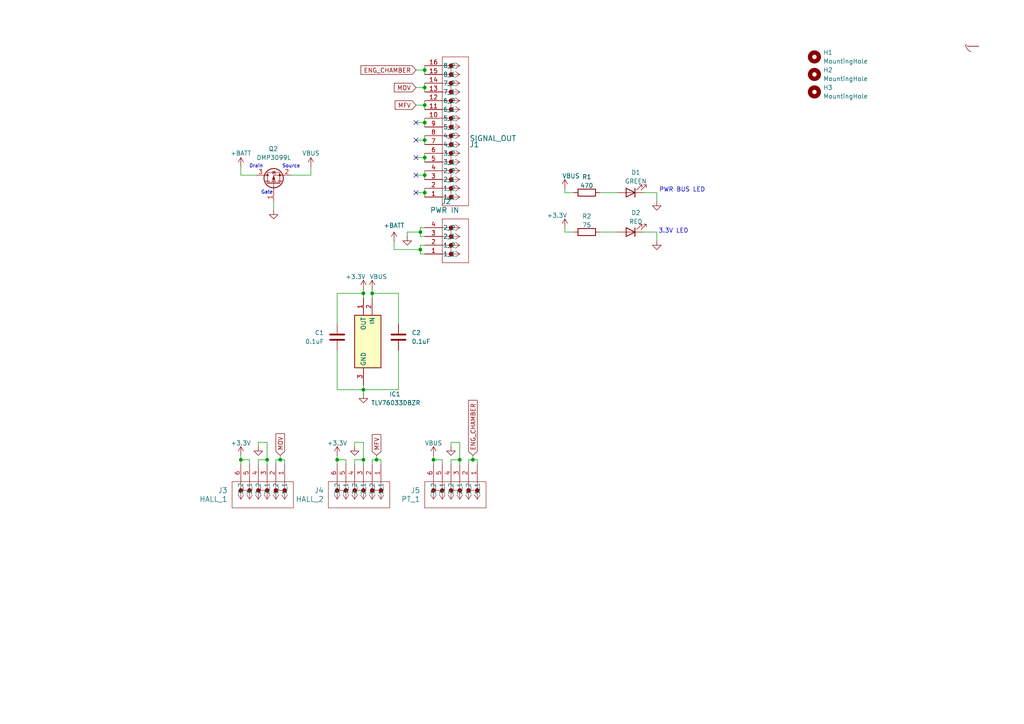
<source format=kicad_sch>
(kicad_sch (version 20250114) (generator "eeschema") (generator_version "9.0")
  (paper "A4")
  (lib_symbols
    (symbol "Device:C" (pin_numbers (hide yes)) (pin_names (offset 0.254))
      (property "Reference" "C" (at 0.635 2.54 0))
      (property "Value" "C" (at 0.635 -2.54 0))
      (symbol "C_1_1"
        (pin passive line (at 0 3.81 270) (length 2.794) (name "~") (number "1"))
        (pin passive line (at 0 -3.81 90) (length 2.794) (name "~") (number "2"))
      )
    )
    (symbol "Device:LED" (pin_numbers (hide yes)) (pin_names (offset 1.016) (hide yes))
      (property "Reference" "D" (at 0 2.54 0))
      (property "Value" "LED" (at 0 -2.54 0))
      (symbol "LED_1_1"
        (pin passive line (at -3.81 0 0) (length 2.54) (name "K") (number "1"))
        (pin passive line (at 3.81 0 180) (length 2.54) (name "A") (number "2"))
      )
    )
    (symbol "Device:Q_PMOS_GSD" (pin_names (offset 0) (hide yes))
      (property "Reference" "Q" (at 5.08 1.27 0))
      (property "Value" "Q_PMOS_GSD" (at 5.08 -1.27 0))
      (symbol "Q_PMOS_GSD_1_1"
        (pin input line (at -5.08 0 0) (length 2.54) (name "G") (number "1"))
        (pin passive line (at 2.54 5.08 270) (length 2.54) (name "D") (number "3"))
        (pin passive line (at 2.54 -5.08 90) (length 2.54) (name "S") (number "2"))
      )
    )
    (symbol "Device:R" (pin_numbers (hide yes)) (pin_names (offset 0))
      (property "Reference" "R" (at 2.032 0 90))
      (property "Value" "R" (at 0 0 90))
      (symbol "R_1_1"
        (pin passive line (at 0 3.81 270) (length 1.27) (name "~") (number "1"))
        (pin passive line (at 0 -3.81 90) (length 1.27) (name "~") (number "2"))
      )
    )
    (symbol "Mechanical:MountingHole" (pin_names (offset 1.016)) (exclude_from_sim yes) (in_bom no)
      (property "Reference" "H" (at 0 5.08 0))
      (property "Value" "MountingHole" (at 0 3.175 0))
    )
    (symbol "SDSU RP:LOGO" (pin_names (offset 1.016)))
    (symbol "TLV76033DBZR:TLV76033DBZR"
      (property "Reference" "IC" (at 21.59 7.62 0))
      (property "Value" "TLV76033DBZR" (at 21.59 5.08 0))
      (symbol "TLV76033DBZR_1_1"
        (pin passive line (at 0 0 0) (length 5.08) (name "OUT") (number "1"))
        (pin passive line (at 0 -2.54 0) (length 5.08) (name "IN") (number "2"))
        (pin passive line (at 25.4 0 180) (length 5.08) (name "GND") (number "3"))
      )
    )
    (symbol "Wago_2601_1102:2601-1102" (pin_names (offset 0.254))
      (property "Reference" "J" (at 8.89 6.35 0))
      (property "Value" "2601-1102" (at 0 0 0))
      (symbol "2601-1102_1_1"
        (pin unspecified line (at 0 0 0) (length 5.08) (name "1_1") (number "1"))
        (pin unspecified line (at 0 -2.54 0) (length 5.08) (name "1_2") (number "2"))
        (pin unspecified line (at 0 -5.08 0) (length 5.08) (name "2_1") (number "3"))
        (pin unspecified line (at 0 -7.62 0) (length 5.08) (name "2_2") (number "4"))
      )
    )
    (symbol "Wago_2601_1103:2601-1103" (pin_names (offset 0.254))
      (property "Reference" "J" (at 8.89 6.35 0))
      (property "Value" "2601-1103" (at 0 0 0))
      (symbol "2601-1103_1_1"
        (pin unspecified line (at 0 0 0) (length 5.08) (name "1_1") (number "1"))
        (pin unspecified line (at 0 -2.54 0) (length 5.08) (name "1_2") (number "2"))
        (pin unspecified line (at 0 -5.08 0) (length 5.08) (name "2_1") (number "3"))
        (pin unspecified line (at 0 -7.62 0) (length 5.08) (name "2_2") (number "4"))
        (pin unspecified line (at 0 -10.16 0) (length 5.08) (name "3_1") (number "5"))
        (pin unspecified line (at 0 -12.7 0) (length 5.08) (name "3_2") (number "6"))
      )
    )
    (symbol "Wago_2601_1108:2601-1108" (pin_names (offset 0.254))
      (property "Reference" "J" (at 8.89 6.35 0))
      (property "Value" "2601-1108" (at 0 0 0))
      (symbol "2601-1108_1_1"
        (pin unspecified line (at 0 0 0) (length 5.08) (name "1_1") (number "1"))
        (pin unspecified line (at 0 -2.54 0) (length 5.08) (name "1_2") (number "2"))
        (pin unspecified line (at 0 -5.08 0) (length 5.08) (name "2_1") (number "3"))
        (pin unspecified line (at 0 -7.62 0) (length 5.08) (name "2_2") (number "4"))
        (pin unspecified line (at 0 -10.16 0) (length 5.08) (name "3_1") (number "5"))
        (pin unspecified line (at 0 -12.7 0) (length 5.08) (name "3_2") (number "6"))
        (pin unspecified line (at 0 -15.24 0) (length 5.08) (name "4_1") (number "7"))
        (pin unspecified line (at 0 -17.78 0) (length 5.08) (name "4_2") (number "8"))
        (pin unspecified line (at 0 -20.32 0) (length 5.08) (name "5_1") (number "9"))
        (pin unspecified line (at 0 -22.86 0) (length 5.08) (name "5_2") (number "10"))
        (pin unspecified line (at 0 -25.4 0) (length 5.08) (name "6_1") (number "11"))
        (pin unspecified line (at 0 -27.94 0) (length 5.08) (name "6_2") (number "12"))
        (pin unspecified line (at 0 -30.48 0) (length 5.08) (name "7_1") (number "13"))
        (pin unspecified line (at 0 -33.02 0) (length 5.08) (name "7_2") (number "14"))
        (pin unspecified line (at 0 -35.56 0) (length 5.08) (name "8_1") (number "15"))
        (pin unspecified line (at 0 -38.1 0) (length 5.08) (name "8_2") (number "16"))
      )
    )
    (symbol "power:+3.3V" (power) (pin_numbers (hide yes)) (pin_names (offset 0) (hide yes))
      (property "Value" "+3.3V" (at 0 3.556 0))
      (symbol "+3.3V_1_1"
        (pin power_in line (at 0 0 90) (length 0) (name "~") (number "1"))
      )
    )
    (symbol "power:+BATT" (power) (pin_numbers (hide yes)) (pin_names (offset 0) (hide yes))
      (property "Value" "+BATT" (at 0 3.556 0))
      (symbol "+BATT_1_1"
        (pin power_in line (at 0 0 90) (length 0) (name "~") (number "1"))
      )
    )
    (symbol "power:GND" (power) (pin_numbers (hide yes)) (pin_names (offset 0) (hide yes))
      (property "Value" "GND" (at 0 -3.81 0))
      (symbol "GND_1_1"
        (pin power_in line (at 0 0 270) (length 0) (name "~") (number "1"))
      )
    )
    (symbol "power:VBUS" (power) (pin_numbers (hide yes)) (pin_names (offset 0) (hide yes))
      (property "Value" "VBUS" (at 0 3.556 0))
      (symbol "VBUS_1_1"
        (pin power_in line (at 0 0 90) (length 0) (name "~") (number "1"))
      )
    )
  )
  (text "PWR BUS LED" (at 197.866 55.118 0) (effects (font (size 1.27 1.27))))
  (text "Source\n" (at 84.455 48.26 0) (effects (font (size 1 1))))
  (text "Drain" (at 74.295 48.26 0) (effects (font (size 1 1))))
  (text "Gate" (at 77.47 55.88 0) (effects (font (size 1 1))))
  (text "3.3V LED" (at 195.326 67.056 0) (effects (font (size 1.27 1.27))))
  (junction (at 109.22 133.35))
  (junction (at 123.19 20.32))
  (junction (at 133.35 133.35))
  (junction (at 123.19 40.64))
  (junction (at 137.16 133.35))
  (junction (at 125.73 133.35))
  (junction (at 123.19 55.88))
  (junction (at 105.41 133.35))
  (junction (at 105.41 85.09))
  (junction (at 77.47 133.35))
  (junction (at 69.85 133.35))
  (junction (at 123.19 35.56))
  (junction (at 121.92 72.39))
  (junction (at 81.28 133.35))
  (junction (at 123.19 50.8))
  (junction (at 123.19 30.48))
  (junction (at 105.41 113.03))
  (junction (at 97.79 133.35))
  (junction (at 123.19 25.4))
  (junction (at 107.95 85.09))
  (junction (at 121.92 67.31))
  (junction (at 123.19 45.72))
  (no_connect (at 120.65 35.56))
  (no_connect (at 120.65 55.88))
  (no_connect (at 120.65 50.8))
  (no_connect (at 120.65 45.72))
  (no_connect (at -7.62 213.36))
  (no_connect (at 120.65 40.64))
  (wire (pts (xy 107.95 83.82) (xy 107.95 85.09)))
  (wire (pts (xy 123.19 29.21) (xy 123.19 30.48)))
  (wire (pts (xy 125.73 133.35) (xy 125.73 134.62)))
  (wire (pts (xy 74.93 134.62) (xy 74.93 133.35)))
  (wire (pts (xy 123.19 25.4) (xy 123.19 26.67)))
  (wire (pts (xy 69.85 133.35) (xy 72.39 133.35)))
  (wire (pts (xy 97.79 93.98) (xy 97.79 85.09)))
  (wire (pts (xy 77.47 128.27) (xy 77.47 133.35)))
  (wire (pts (xy 123.19 20.32) (xy 123.19 21.59)))
  (wire (pts (xy 115.57 93.98) (xy 115.57 85.09)))
  (wire (pts (xy 105.41 85.09) (xy 105.41 86.36)))
  (wire (pts (xy 137.16 132.08) (xy 137.16 133.35)))
  (wire (pts (xy 107.95 133.35) (xy 109.22 133.35)))
  (wire (pts (xy 130.81 128.27) (xy 133.35 128.27)))
  (wire (pts (xy 105.41 113.03) (xy 105.41 114.3)))
  (wire (pts (xy 138.43 133.35) (xy 138.43 134.62)))
  (wire (pts (xy 97.79 133.35) (xy 100.33 133.35)))
  (wire (pts (xy 74.93 129.54) (xy 74.93 128.27)))
  (wire (pts (xy 84.455 50.8) (xy 90.17 50.8)))
  (wire (pts (xy 109.22 133.35) (xy 110.49 133.35)))
  (wire (pts (xy 100.33 133.35) (xy 100.33 134.62)))
  (wire (pts (xy 97.79 133.35) (xy 97.79 134.62)))
  (wire (pts (xy 121.92 67.31) (xy 118.11 67.31)))
  (wire (pts (xy 109.22 132.08) (xy 109.22 133.35)))
  (wire (pts (xy 120.65 40.64) (xy 123.19 40.64)))
  (wire (pts (xy 97.79 132.08) (xy 97.79 133.35)))
  (wire (pts (xy 102.87 128.27) (xy 105.41 128.27)))
  (wire (pts (xy 74.93 128.27) (xy 77.47 128.27)))
  (wire (pts (xy 135.89 133.35) (xy 137.16 133.35)))
  (wire (pts (xy 163.83 66.04) (xy 163.83 67.31)))
  (wire (pts (xy 121.92 73.66) (xy 123.19 73.66)))
  (wire (pts (xy 120.65 45.72) (xy 123.19 45.72)))
  (wire (pts (xy 130.81 129.54) (xy 130.81 128.27)))
  (wire (pts (xy 107.95 85.09) (xy 115.57 85.09)))
  (wire (pts (xy 114.3 69.85) (xy 114.3 72.39)))
  (wire (pts (xy 79.375 60.96) (xy 79.375 58.42)))
  (wire (pts (xy 123.19 45.72) (xy 123.19 46.99)))
  (wire (pts (xy 190.5 67.31) (xy 190.5 69.85)))
  (wire (pts (xy 107.95 134.62) (xy 107.95 133.35)))
  (wire (pts (xy 81.28 132.08) (xy 81.28 133.35)))
  (wire (pts (xy 102.87 129.54) (xy 102.87 128.27)))
  (wire (pts (xy 105.41 83.82) (xy 105.41 85.09)))
  (wire (pts (xy 97.79 101.6) (xy 97.79 113.03)))
  (wire (pts (xy 173.99 55.88) (xy 179.07 55.88)))
  (wire (pts (xy 97.79 85.09) (xy 105.41 85.09)))
  (wire (pts (xy 163.83 55.88) (xy 166.37 55.88)))
  (wire (pts (xy 130.81 133.35) (xy 133.35 133.35)))
  (wire (pts (xy 128.27 133.35) (xy 128.27 134.62)))
  (wire (pts (xy 133.35 128.27) (xy 133.35 133.35)))
  (wire (pts (xy 123.19 30.48) (xy 123.19 31.75)))
  (wire (pts (xy 121.92 73.66) (xy 121.92 72.39)))
  (wire (pts (xy 115.57 101.6) (xy 115.57 113.03)))
  (wire (pts (xy 80.01 133.35) (xy 81.28 133.35)))
  (wire (pts (xy 123.19 44.45) (xy 123.19 45.72)))
  (wire (pts (xy 74.93 133.35) (xy 77.47 133.35)))
  (wire (pts (xy 133.35 133.35) (xy 133.35 134.62)))
  (wire (pts (xy 80.01 134.62) (xy 80.01 133.35)))
  (wire (pts (xy 123.19 54.61) (xy 123.19 55.88)))
  (wire (pts (xy 69.85 48.26) (xy 69.85 50.8)))
  (wire (pts (xy 123.19 34.29) (xy 123.19 35.56)))
  (wire (pts (xy 123.19 55.88) (xy 123.19 57.15)))
  (wire (pts (xy 186.69 55.88) (xy 190.5 55.88)))
  (wire (pts (xy 102.87 133.35) (xy 105.41 133.35)))
  (wire (pts (xy 110.49 133.35) (xy 110.49 134.62)))
  (wire (pts (xy 69.85 50.8) (xy 74.295 50.8)))
  (wire (pts (xy 123.19 24.13) (xy 123.19 25.4)))
  (wire (pts (xy 186.69 67.31) (xy 190.5 67.31)))
  (wire (pts (xy 114.3 72.39) (xy 121.92 72.39)))
  (wire (pts (xy 125.73 132.08) (xy 125.73 133.35)))
  (wire (pts (xy 123.19 40.64) (xy 123.19 41.91)))
  (wire (pts (xy 123.19 19.05) (xy 123.19 20.32)))
  (wire (pts (xy 121.92 66.04) (xy 123.19 66.04)))
  (wire (pts (xy 123.19 39.37) (xy 123.19 40.64)))
  (wire (pts (xy 69.85 132.08) (xy 69.85 133.35)))
  (wire (pts (xy 121.92 71.12) (xy 123.19 71.12)))
  (wire (pts (xy 120.65 50.8) (xy 123.19 50.8)))
  (wire (pts (xy 121.92 68.58) (xy 123.19 68.58)))
  (wire (pts (xy 125.73 133.35) (xy 128.27 133.35)))
  (wire (pts (xy 105.41 111.76) (xy 105.41 113.03)))
  (wire (pts (xy 102.87 134.62) (xy 102.87 133.35)))
  (wire (pts (xy 77.47 133.35) (xy 77.47 134.62)))
  (wire (pts (xy 135.89 134.62) (xy 135.89 133.35)))
  (wire (pts (xy 120.65 55.88) (xy 123.19 55.88)))
  (wire (pts (xy 120.65 30.48) (xy 123.19 30.48)))
  (wire (pts (xy 81.28 133.35) (xy 82.55 133.35)))
  (wire (pts (xy 120.65 25.4) (xy 123.19 25.4)))
  (wire (pts (xy 121.92 71.12) (xy 121.92 72.39)))
  (wire (pts (xy 118.11 67.31) (xy 118.11 68.58)))
  (wire (pts (xy 163.83 67.31) (xy 166.37 67.31)))
  (wire (pts (xy 105.41 113.03) (xy 115.57 113.03)))
  (wire (pts (xy 69.85 133.35) (xy 69.85 134.62)))
  (wire (pts (xy 123.19 49.53) (xy 123.19 50.8)))
  (wire (pts (xy 72.39 133.35) (xy 72.39 134.62)))
  (wire (pts (xy 121.92 67.31) (xy 121.92 68.58)))
  (wire (pts (xy 105.41 133.35) (xy 105.41 134.62)))
  (wire (pts (xy 173.99 67.31) (xy 179.07 67.31)))
  (wire (pts (xy 163.83 54.61) (xy 163.83 55.88)))
  (wire (pts (xy 121.92 66.04) (xy 121.92 67.31)))
  (wire (pts (xy 97.79 113.03) (xy 105.41 113.03)))
  (wire (pts (xy 82.55 133.35) (xy 82.55 134.62)))
  (wire (pts (xy 123.19 35.56) (xy 123.19 36.83)))
  (wire (pts (xy 120.65 20.32) (xy 123.19 20.32)))
  (wire (pts (xy 123.19 50.8) (xy 123.19 52.07)))
  (wire (pts (xy 190.5 55.88) (xy 190.5 58.42)))
  (wire (pts (xy 105.41 128.27) (xy 105.41 133.35)))
  (wire (pts (xy 130.81 134.62) (xy 130.81 133.35)))
  (wire (pts (xy 90.17 48.26) (xy 90.17 50.8)))
  (wire (pts (xy 120.65 35.56) (xy 123.19 35.56)))
  (wire (pts (xy 107.95 85.09) (xy 107.95 86.36)))
  (wire (pts (xy 137.16 133.35) (xy 138.43 133.35)))
  (global_label "ENG_CHAMBER" (shape input) (at 137.16 132.08 90) (property "Intersheetrefs" "${INTERSHEET_REFS}" (effects (hide yes))))
  (global_label "MOV" (shape input) (at 81.28 132.08 90) (property "Intersheetrefs" "${INTERSHEET_REFS}" (effects (hide yes))))
  (global_label "ENG_CHAMBER" (shape input) (at 120.65 20.32 180) (property "Intersheetrefs" "${INTERSHEET_REFS}" (effects (hide yes))))
  (global_label "MFV" (shape input) (at 109.22 132.08 90) (property "Intersheetrefs" "${INTERSHEET_REFS}" (effects (hide yes))))
  (global_label "MOV" (shape input) (at 120.65 25.4 180) (property "Intersheetrefs" "${INTERSHEET_REFS}" (effects (hide yes))))
  (global_label "MFV" (shape input) (at 120.65 30.48 180) (property "Intersheetrefs" "${INTERSHEET_REFS}" (effects (hide yes))))
  (symbol (lib_id "Wago_2601_1102:2601-1102") (at 123.19 73.66 0) (mirror x) (unit 1)
    (property "Reference" "J2" (at 128.016 58.42 0) (effects (font (size 1.524 1.524)) (justify left)))
    (property "Value" "PWR IN" (at 124.714 60.96 0) (effects (font (size 1.524 1.524)) (justify left)))
    (property "Footprint" "Wago_2601_1102:CONN2_2601-1102_WAG" (effects (hide yes)))
    (property "Datasheet" "2601-1102" (effects (hide yes)))
  )
  (symbol (lib_id "TLV76033DBZR:TLV76033DBZR") (at 105.41 86.36 90) (mirror x) (unit 1)
    (property "Reference" "IC1" (at 114.554 114.3 90))
    (property "Value" "TLV76033DBZR" (at 114.808 116.84 90))
    (property "Footprint" "TLV76033DBZR:SOT95P237X112-3N" (effects (hide yes)))
    (property "Datasheet" "https://www.ti.com/lit/gpn/TLV760" (effects (hide yes)))
    (property "Description" "100-mA, 30-V, low-dropout voltage regulator" (effects (hide yes)))
    (property "Height" "1.12" (effects (hide yes)))
    (property "Mouser Part Number" "595-TLV76033DBZR" (effects (hide yes)))
    (property "Mouser Price/Stock" "https://www.mouser.co.uk/ProductDetail/Texas-Instruments/TLV76033DBZR?qs=HXFqYaX1Q2ypNrzTk0Gsfw%3D%3D" (effects (hide yes)))
    (property "Manufacturer_Name" "Texas Instruments" (effects (hide yes)))
    (property "Manufacturer_Part_Number" "TLV76033DBZR" (effects (hide yes)))
  )
  (symbol (lib_id "power:GND") (at 79.375 60.96 0) (unit 1)
    (property "Reference" "#PWR074" (effects (hide yes)))
    (property "Value" "GND" (effects (hide yes)))
  )
  (symbol (lib_id "Device:LED") (at 182.88 55.88 180) (unit 1)
    (property "Reference" "D1" (at 184.404 50.038 0))
    (property "Value" "GREEN" (at 184.404 52.578 0))
    (property "Footprint" "LED_SMD:LED_0805_2012Metric" (effects (hide yes)))
    (property "Description" "Light emitting diode" (effects (hide yes)))
  )
  (symbol (lib_id "power:VBUS") (at 107.95 83.82 0) (unit 1)
    (property "Reference" "#PWR08" (effects (hide yes)))
    (property "Value" "VBUS" (at 109.728 80.264 0))
    (property "Description" "Power symbol creates a global label with name \"VBUS\"" (effects (hide yes)))
  )
  (symbol (lib_id "power:VBUS") (at 125.73 132.08 0) (unit 1)
    (property "Reference" "#PWR015" (effects (hide yes)))
    (property "Value" "VBUS" (at 125.73 128.524 0))
    (property "Description" "Power symbol creates a global label with name \"VBUS\"" (effects (hide yes)))
  )
  (symbol (lib_id "power:+BATT") (at 69.85 48.26 0) (unit 1)
    (property "Reference" "#PWR016" (effects (hide yes)))
    (property "Value" "+BATT" (at 69.85 44.45 0))
    (property "Description" "Power symbol creates a global label with name \"+BATT\"" (effects (hide yes)))
  )
  (symbol (lib_id "Wago_2601_1103:2601-1103") (at 110.49 134.62 270) (unit 1)
    (property "Reference" "J4" (at 93.98 142.2399 90) (effects (font (size 1.524 1.524)) (justify right)))
    (property "Value" "HALL_2" (at 93.98 144.7799 90) (effects (font (size 1.524 1.524)) (justify right)))
    (property "Footprint" "Wago_2601_1103:CONN3_2601-1103_WAG" (effects (hide yes)))
    (property "Datasheet" "2601-1103" (effects (hide yes)))
  )
  (symbol (lib_id "Mechanical:MountingHole") (at 236.22 21.59 0) (unit 1) (exclude_from_sim yes) (in_bom no)
    (property "Reference" "H2" (at 238.76 20.3199 0) (effects (justify left)))
    (property "Value" "MountingHole" (at 238.76 22.8599 0) (effects (justify left)))
    (property "Footprint" "MountingHole:MountingHole_3.2mm_M3" (effects (hide yes)))
    (property "Description" "Mounting Hole without connection" (effects (hide yes)))
  )
  (symbol (lib_id "power:+3.3V") (at 69.85 132.08 0) (unit 1)
    (property "Reference" "#PWR013" (effects (hide yes)))
    (property "Value" "+3.3V" (at 69.85 128.524 0))
    (property "Description" "Power symbol creates a global label with name \"+3.3V\"" (effects (hide yes)))
  )
  (symbol (lib_id "Mechanical:MountingHole") (at 236.22 16.51 0) (unit 1) (exclude_from_sim yes) (in_bom no)
    (property "Reference" "H1" (at 238.76 15.2399 0) (effects (justify left)))
    (property "Value" "MountingHole" (at 238.76 17.7799 0) (effects (justify left)))
    (property "Footprint" "MountingHole:MountingHole_3.2mm_M3" (effects (hide yes)))
    (property "Description" "Mounting Hole without connection" (effects (hide yes)))
  )
  (symbol (lib_id "Wago_2601_1108:2601-1108") (at 123.19 57.15 0) (mirror x) (unit 1)
    (property "Reference" "J1" (at 136.144 41.91 0) (effects (font (size 1.524 1.524)) (justify left)))
    (property "Value" "SIGNAL_OUT" (at 136.144 40.132 0) (effects (font (size 1.524 1.524)) (justify left)))
    (property "Footprint" "Wago_2601_1108:CONN8_2601-1108_WAG" (effects (hide yes)))
    (property "Datasheet" "2601-1108" (effects (hide yes)))
  )
  (symbol (lib_id "power:GND") (at 130.81 129.54 0) (unit 1)
    (property "Reference" "#PWR012" (effects (hide yes)))
    (property "Value" "GND" (effects (hide yes)))
    (property "Description" "Power symbol creates a global label with name \"GND\" , ground" (effects (hide yes)))
  )
  (symbol (lib_id "power:GND") (at 190.5 58.42 0) (unit 1)
    (property "Reference" "#PWR02" (effects (hide yes)))
    (property "Value" "GND" (effects (hide yes)))
    (property "Description" "Power symbol creates a global label with name \"GND\" , ground" (effects (hide yes)))
  )
  (symbol (lib_id "power:+3.3V") (at 105.41 83.82 0) (unit 1)
    (property "Reference" "#PWR07" (effects (hide yes)))
    (property "Value" "+3.3V" (at 103.124 80.264 0))
    (property "Description" "Power symbol creates a global label with name \"+3.3V\"" (effects (hide yes)))
  )
  (symbol (lib_id "Device:R") (at 170.18 67.31 90) (unit 1)
    (property "Reference" "R2" (at 170.18 62.738 90))
    (property "Value" "75" (at 170.18 65.278 90))
    (property "Footprint" "Resistor_SMD:R_0805_2012Metric" (effects (hide yes)))
    (property "Description" "Resistor" (effects (hide yes)))
  )
  (symbol (lib_id "Device:C") (at 115.57 97.79 0) (unit 1)
    (property "Reference" "C2" (at 119.38 96.5199 0) (effects (justify left)))
    (property "Value" "0.1uF" (at 119.38 99.0599 0) (effects (justify left)))
    (property "Footprint" "Capacitor_SMD:C_0805_2012Metric" (effects (hide yes)))
    (property "Description" "Unpolarized capacitor" (effects (hide yes)))
  )
  (symbol (lib_id "power:GND") (at 105.41 114.3 0) (unit 1)
    (property "Reference" "#PWR09" (effects (hide yes)))
    (property "Value" "GND" (effects (hide yes)))
    (property "Description" "Power symbol creates a global label with name \"GND\" , ground" (effects (hide yes)))
  )
  (symbol (lib_id "power:GND") (at 118.11 68.58 0) (mirror y) (unit 1)
    (property "Reference" "#PWR04" (effects (hide yes)))
    (property "Value" "GND" (effects (hide yes)))
    (property "Description" "Power symbol creates a global label with name \"GND\" , ground" (effects (hide yes)))
  )
  (symbol (lib_id "power:+BATT") (at 114.3 69.85 0) (unit 1)
    (property "Reference" "#PWR017" (effects (hide yes)))
    (property "Value" "+BATT" (at 114.3 65.405 0))
    (property "Description" "Power symbol creates a global label with name \"+BATT\"" (effects (hide yes)))
  )
  (symbol (lib_id "Wago_2601_1103:2601-1103") (at 82.55 134.62 270) (unit 1)
    (property "Reference" "J3" (at 66.04 142.2399 90) (effects (font (size 1.524 1.524)) (justify right)))
    (property "Value" "HALL_1" (at 66.04 144.7799 90) (effects (font (size 1.524 1.524)) (justify right)))
    (property "Footprint" "Wago_2601_1103:CONN3_2601-1103_WAG" (effects (hide yes)))
    (property "Datasheet" "2601-1103" (effects (hide yes)))
  )
  (symbol (lib_id "Device:LED") (at 182.88 67.31 180) (unit 1)
    (property "Reference" "D2" (at 184.404 61.722 0))
    (property "Value" "RED" (at 184.404 64.262 0))
    (property "Footprint" "LED_SMD:LED_0805_2012Metric" (effects (hide yes)))
    (property "Description" "Light emitting diode" (effects (hide yes)))
  )
  (symbol (lib_id "power:VBUS") (at 90.17 48.26 0) (mirror y) (unit 1)
    (property "Reference" "#PWR06" (effects (hide yes)))
    (property "Value" "VBUS" (at 90.17 44.45 0))
    (property "Description" "Power symbol creates a global label with name \"VBUS\"" (effects (hide yes)))
  )
  (symbol (lib_id "Mechanical:MountingHole") (at 236.22 26.67 0) (unit 1) (exclude_from_sim yes) (in_bom no)
    (property "Reference" "H3" (at 238.76 25.3999 0) (effects (justify left)))
    (property "Value" "MountingHole" (at 238.76 27.9399 0) (effects (justify left)))
    (property "Footprint" "MountingHole:MountingHole_3.2mm_M3" (effects (hide yes)))
    (property "Description" "Mounting Hole without connection" (effects (hide yes)))
  )
  (symbol (lib_id "Device:Q_PMOS_GSD") (at 79.375 53.34 90) (unit 1)
    (property "Reference" "Q2" (at 80.645 43.18 90) (effects (justify left)))
    (property "Value" "DMP3099L" (at 84.455 45.72 90) (effects (justify left)))
    (property "Footprint" "Package_TO_SOT_SMD:SOT-23-3" (effects (hide yes)))
    (property "Description" "P-MOSFET transistor, gate/source/drain" (effects (hide yes)))
  )
  (symbol (lib_id "power:GND") (at 74.93 129.54 0) (unit 1)
    (property "Reference" "#PWR010" (effects (hide yes)))
    (property "Value" "GND" (effects (hide yes)))
    (property "Description" "Power symbol creates a global label with name \"GND\" , ground" (effects (hide yes)))
  )
  (symbol (lib_id "power:+3.3V") (at 97.79 132.08 0) (unit 1)
    (property "Reference" "#PWR014" (effects (hide yes)))
    (property "Value" "+3.3V" (at 97.79 128.524 0))
    (property "Description" "Power symbol creates a global label with name \"+3.3V\"" (effects (hide yes)))
  )
  (symbol (lib_id "Device:C") (at 97.79 97.79 0) (mirror y) (unit 1)
    (property "Reference" "C1" (at 93.98 96.5199 0) (effects (justify left)))
    (property "Value" "0.1uF" (at 93.98 99.0599 0) (effects (justify left)))
    (property "Footprint" "Capacitor_SMD:C_0805_2012Metric" (effects (hide yes)))
    (property "Description" "Unpolarized capacitor" (effects (hide yes)))
  )
  (symbol (lib_id "Device:R") (at 170.18 55.88 90) (unit 1)
    (property "Reference" "R1" (at 170.18 51.308 90))
    (property "Value" "470" (at 170.18 53.848 90))
    (property "Footprint" "Resistor_SMD:R_0805_2012Metric" (effects (hide yes)))
    (property "Description" "Resistor" (effects (hide yes)))
  )
  (symbol (lib_id "power:VBUS") (at 163.83 54.61 0) (unit 1)
    (property "Reference" "#PWR01" (effects (hide yes)))
    (property "Value" "VBUS" (at 165.608 51.054 0))
    (property "Description" "Power symbol creates a global label with name \"VBUS\"" (effects (hide yes)))
  )
  (symbol (lib_id "power:+3.3V") (at 163.83 66.04 0) (unit 1)
    (property "Reference" "#PWR03" (effects (hide yes)))
    (property "Value" "+3.3V" (at 161.544 62.484 0))
    (property "Description" "Power symbol creates a global label with name \"+3.3V\"" (effects (hide yes)))
  )
  (symbol (lib_id "power:GND") (at 102.87 129.54 0) (unit 1)
    (property "Reference" "#PWR011" (effects (hide yes)))
    (property "Value" "GND" (effects (hide yes)))
    (property "Description" "Power symbol creates a global label with name \"GND\" , ground" (effects (hide yes)))
  )
  (symbol (lib_id "power:GND") (at 190.5 69.85 0) (unit 1)
    (property "Reference" "#PWR05" (effects (hide yes)))
    (property "Value" "GND" (effects (hide yes)))
    (property "Description" "Power symbol creates a global label with name \"GND\" , ground" (effects (hide yes)))
  )
  (symbol (lib_id "SDSU RP:LOGO") (at 281.94 13.97 0) (unit 1)
    (property "Reference" "#G1" (effects (hide yes)))
    (property "Value" "LOGO" (effects (hide yes)))
    (property "Footprint" "SDSU RP:RP_Logo" (effects (hide yes)))
  )
  (symbol (lib_id "Wago_2601_1103:2601-1103") (at 138.43 134.62 270) (unit 1)
    (property "Reference" "J5" (at 121.92 142.2399 90) (effects (font (size 1.524 1.524)) (justify right)))
    (property "Value" "PT_1" (at 121.92 144.7799 90) (effects (font (size 1.524 1.524)) (justify right)))
    (property "Footprint" "Wago_2601_1103:CONN3_2601-1103_WAG" (effects (hide yes)))
    (property "Datasheet" "2601-1103" (effects (hide yes)))
  )
)
</source>
